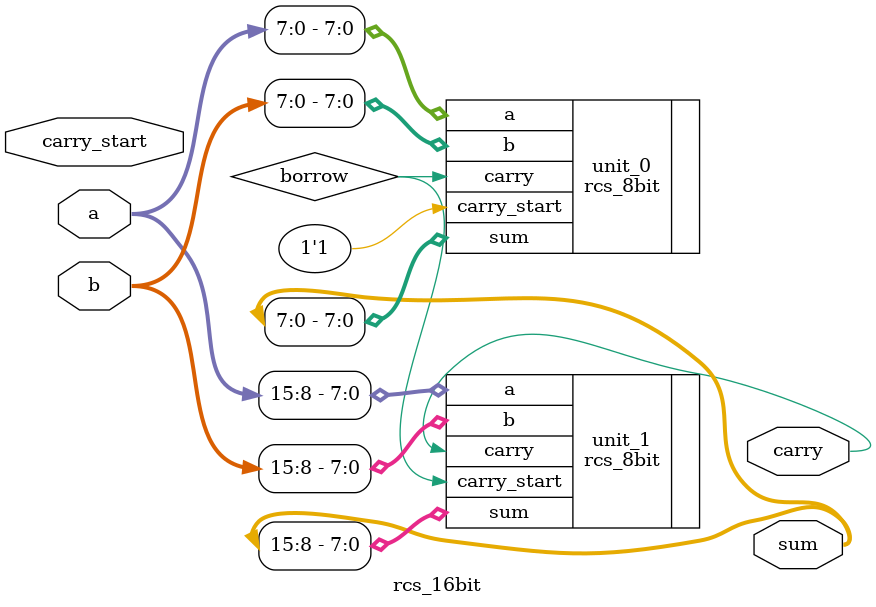
<source format=v>
module rcs_16bit(a, b, sum, carry_start, carry);
    input [15:0] a, b;
    input carry_start;
    output [15:0] sum;
    output carry;

    wire borrow;

    rcs_8bit unit_0(
        .a(a[7:0]),
        .b(b[7:0]),
        .sum(sum[7:0]),
        .carry_start(1'b1),
        .carry(borrow)
    );

    rcs_8bit unit_1(
        .a(a[15:8]),
        .b(b[15:8]),
        .sum(sum[15:8]),
        .carry_start(borrow),
        .carry(carry)
    );
endmodule
</source>
